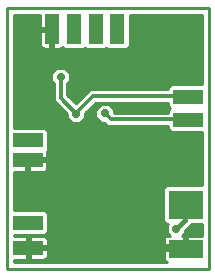
<source format=gbl>
G75*
G70*
%OFA0B0*%
%FSLAX24Y24*%
%IPPOS*%
%LPD*%
%AMOC8*
5,1,8,0,0,1.08239X$1,22.5*
%
%ADD10C,0.0100*%
%ADD11R,0.1181X0.0945*%
%ADD12R,0.1181X0.0591*%
%ADD13R,0.0500X0.1000*%
%ADD14R,0.1000X0.0500*%
%ADD15OC8,0.0277*%
%ADD16C,0.0160*%
%ADD17C,0.0120*%
D10*
X000150Y000150D02*
X000150Y008850D01*
X006892Y008850D01*
X006892Y000150D01*
X000150Y000150D01*
X000389Y000370D02*
X000389Y000453D01*
X000819Y000453D01*
X000819Y000803D01*
X000919Y000803D01*
X000919Y000453D01*
X001389Y000453D01*
X001427Y000464D01*
X001461Y000483D01*
X001489Y000511D01*
X001509Y000545D01*
X001519Y000584D01*
X001519Y000803D01*
X000919Y000803D01*
X000919Y000903D01*
X001519Y000903D01*
X001519Y001123D01*
X001509Y001161D01*
X001489Y001195D01*
X001461Y001223D01*
X001427Y001243D01*
X001389Y001253D01*
X000919Y001253D01*
X000919Y000903D01*
X000819Y000903D01*
X000819Y001253D01*
X000389Y001253D01*
X000389Y001265D01*
X001429Y001265D01*
X001527Y001364D01*
X001527Y002003D01*
X001429Y002101D01*
X000389Y002101D01*
X000389Y003383D01*
X000809Y003383D01*
X000809Y003733D01*
X000909Y003733D01*
X000909Y003383D01*
X001379Y003383D01*
X001417Y003394D01*
X001451Y003413D01*
X001479Y003441D01*
X001499Y003475D01*
X001509Y003514D01*
X001509Y003733D01*
X000909Y003733D01*
X000909Y003833D01*
X001509Y003833D01*
X001509Y004053D01*
X001500Y004087D01*
X001527Y004114D01*
X001527Y004753D01*
X001429Y004851D01*
X000389Y004851D01*
X000389Y008615D01*
X001259Y008615D01*
X001259Y008193D01*
X001609Y008193D01*
X001609Y008093D01*
X001709Y008093D01*
X001709Y007493D01*
X001929Y007493D01*
X001967Y007504D01*
X002001Y007523D01*
X002012Y007533D01*
X002070Y007475D01*
X002709Y007475D01*
X002754Y007521D01*
X002800Y007475D01*
X003439Y007475D01*
X003474Y007511D01*
X003510Y007475D01*
X004149Y007475D01*
X004247Y007574D01*
X004247Y008615D01*
X006674Y008615D01*
X006674Y006301D01*
X005630Y006301D01*
X005531Y006203D01*
X005531Y006141D01*
X002925Y006141D01*
X002791Y006008D01*
X002448Y005664D01*
X002177Y005934D01*
X002177Y006334D01*
X002256Y006413D01*
X002256Y006667D01*
X002076Y006847D01*
X001822Y006847D01*
X001642Y006667D01*
X001642Y006413D01*
X001721Y006334D01*
X001721Y005746D01*
X002162Y005304D01*
X002162Y005193D01*
X002342Y005013D01*
X002596Y005013D01*
X002776Y005193D01*
X002776Y005348D01*
X003114Y005685D01*
X005531Y005685D01*
X005531Y005564D01*
X005592Y005503D01*
X005531Y005443D01*
X005531Y005358D01*
X003726Y005358D01*
X003726Y005457D01*
X003546Y005637D01*
X003292Y005637D01*
X003112Y005457D01*
X003112Y005203D01*
X003292Y005023D01*
X003404Y005023D01*
X003525Y004902D01*
X005531Y004902D01*
X005531Y004804D01*
X005630Y004705D01*
X006674Y004705D01*
X006674Y002931D01*
X005459Y002931D01*
X005361Y002833D01*
X005361Y001749D01*
X005459Y001650D01*
X005532Y001650D01*
X005495Y001613D01*
X005495Y001359D01*
X005595Y001260D01*
X005509Y001260D01*
X005471Y001249D01*
X005437Y001230D01*
X005409Y001202D01*
X005389Y001168D01*
X005379Y001129D01*
X005379Y000864D01*
X006069Y000864D01*
X006069Y000764D01*
X005379Y000764D01*
X005379Y000499D01*
X005389Y000461D01*
X005409Y000427D01*
X005437Y000399D01*
X005471Y000379D01*
X005506Y000370D01*
X000389Y000370D01*
X000389Y000446D02*
X005398Y000446D01*
X005379Y000544D02*
X001509Y000544D01*
X001519Y000643D02*
X005379Y000643D01*
X005379Y000741D02*
X001519Y000741D01*
X001519Y000938D02*
X005379Y000938D01*
X005379Y001037D02*
X001519Y001037D01*
X001516Y001135D02*
X005380Y001135D01*
X005444Y001234D02*
X001443Y001234D01*
X001496Y001332D02*
X005522Y001332D01*
X005495Y001431D02*
X001527Y001431D01*
X001527Y001529D02*
X005495Y001529D01*
X005510Y001628D02*
X001527Y001628D01*
X001527Y001726D02*
X005383Y001726D01*
X005361Y001825D02*
X001527Y001825D01*
X001527Y001923D02*
X005361Y001923D01*
X005361Y002022D02*
X001509Y002022D01*
X000919Y001234D02*
X000819Y001234D01*
X000819Y001135D02*
X000919Y001135D01*
X000919Y001037D02*
X000819Y001037D01*
X000819Y000938D02*
X000919Y000938D01*
X000919Y000840D02*
X006069Y000840D01*
X006069Y000864D02*
X006069Y001260D01*
X006010Y001260D01*
X006109Y001359D01*
X006109Y001442D01*
X006250Y001583D01*
X006317Y001650D01*
X006674Y001650D01*
X006674Y001260D01*
X006169Y001260D01*
X006169Y000864D01*
X006069Y000864D01*
X006069Y000938D02*
X006169Y000938D01*
X006169Y001037D02*
X006069Y001037D01*
X006069Y001135D02*
X006169Y001135D01*
X006169Y001234D02*
X006069Y001234D01*
X006082Y001332D02*
X006674Y001332D01*
X006674Y001431D02*
X006109Y001431D01*
X006196Y001529D02*
X006674Y001529D01*
X006674Y001628D02*
X006295Y001628D01*
X005361Y002120D02*
X000389Y002120D01*
X000389Y002219D02*
X005361Y002219D01*
X005361Y002317D02*
X000389Y002317D01*
X000389Y002416D02*
X005361Y002416D01*
X005361Y002514D02*
X000389Y002514D01*
X000389Y002613D02*
X005361Y002613D01*
X005361Y002711D02*
X000389Y002711D01*
X000389Y002810D02*
X005361Y002810D01*
X005436Y002908D02*
X000389Y002908D01*
X000389Y003007D02*
X006674Y003007D01*
X006674Y003105D02*
X000389Y003105D01*
X000389Y003204D02*
X006674Y003204D01*
X006674Y003302D02*
X000389Y003302D01*
X000809Y003401D02*
X000909Y003401D01*
X000909Y003499D02*
X000809Y003499D01*
X000809Y003598D02*
X000909Y003598D01*
X000909Y003696D02*
X000809Y003696D01*
X000909Y003795D02*
X006674Y003795D01*
X006674Y003893D02*
X001509Y003893D01*
X001509Y003992D02*
X006674Y003992D01*
X006674Y004090D02*
X001504Y004090D01*
X001527Y004189D02*
X006674Y004189D01*
X006674Y004287D02*
X001527Y004287D01*
X001527Y004386D02*
X006674Y004386D01*
X006674Y004484D02*
X001527Y004484D01*
X001527Y004583D02*
X006674Y004583D01*
X006674Y004681D02*
X001527Y004681D01*
X001501Y004780D02*
X005555Y004780D01*
X005531Y004878D02*
X000389Y004878D01*
X000389Y004977D02*
X003450Y004977D01*
X003240Y005075D02*
X002659Y005075D01*
X002757Y005174D02*
X003141Y005174D01*
X003112Y005272D02*
X002776Y005272D01*
X002799Y005371D02*
X003112Y005371D01*
X003125Y005469D02*
X002898Y005469D01*
X002996Y005568D02*
X003223Y005568D01*
X003095Y005666D02*
X005531Y005666D01*
X005531Y005568D02*
X003615Y005568D01*
X003714Y005469D02*
X005558Y005469D01*
X005531Y005371D02*
X003726Y005371D01*
X003419Y005330D02*
X003411Y005330D01*
X003413Y005327D02*
X003416Y005330D01*
X003419Y005330D01*
X002844Y006060D02*
X002177Y006060D01*
X002177Y005962D02*
X002745Y005962D01*
X002647Y005863D02*
X002248Y005863D01*
X002347Y005765D02*
X002548Y005765D01*
X002450Y005666D02*
X002445Y005666D01*
X002162Y005272D02*
X000389Y005272D01*
X000389Y005174D02*
X002181Y005174D01*
X002280Y005075D02*
X000389Y005075D01*
X000389Y005371D02*
X002096Y005371D01*
X001997Y005469D02*
X000389Y005469D01*
X000389Y005568D02*
X001899Y005568D01*
X001800Y005666D02*
X000389Y005666D01*
X000389Y005765D02*
X001721Y005765D01*
X001721Y005863D02*
X000389Y005863D01*
X000389Y005962D02*
X001721Y005962D01*
X001721Y006060D02*
X000389Y006060D01*
X000389Y006159D02*
X001721Y006159D01*
X001721Y006257D02*
X000389Y006257D01*
X000389Y006356D02*
X001699Y006356D01*
X001642Y006454D02*
X000389Y006454D01*
X000389Y006553D02*
X001642Y006553D01*
X001642Y006651D02*
X000389Y006651D01*
X000389Y006750D02*
X001725Y006750D01*
X002173Y006750D02*
X006674Y006750D01*
X006674Y006848D02*
X000389Y006848D01*
X000389Y006947D02*
X006674Y006947D01*
X006674Y007045D02*
X000389Y007045D01*
X000389Y007144D02*
X006674Y007144D01*
X006674Y007242D02*
X000389Y007242D01*
X000389Y007341D02*
X006674Y007341D01*
X006674Y007439D02*
X000389Y007439D01*
X000389Y007538D02*
X001303Y007538D01*
X001289Y007551D02*
X001317Y007523D01*
X001351Y007504D01*
X001390Y007493D01*
X001609Y007493D01*
X001609Y008093D01*
X001259Y008093D01*
X001259Y007624D01*
X001270Y007585D01*
X001289Y007551D01*
X001259Y007636D02*
X000389Y007636D01*
X000389Y007735D02*
X001259Y007735D01*
X001259Y007833D02*
X000389Y007833D01*
X000389Y007932D02*
X001259Y007932D01*
X001259Y008030D02*
X000389Y008030D01*
X000389Y008129D02*
X001609Y008129D01*
X001609Y008030D02*
X001709Y008030D01*
X001709Y007932D02*
X001609Y007932D01*
X001609Y007833D02*
X001709Y007833D01*
X001709Y007735D02*
X001609Y007735D01*
X001609Y007636D02*
X001709Y007636D01*
X001709Y007538D02*
X001609Y007538D01*
X001259Y008227D02*
X000389Y008227D01*
X000389Y008326D02*
X001259Y008326D01*
X001259Y008424D02*
X000389Y008424D01*
X000389Y008523D02*
X001259Y008523D01*
X002256Y006651D02*
X006674Y006651D01*
X006674Y006553D02*
X002256Y006553D01*
X002256Y006454D02*
X006674Y006454D01*
X006674Y006356D02*
X002199Y006356D01*
X002177Y006257D02*
X005586Y006257D01*
X005531Y006159D02*
X002177Y006159D01*
X001509Y003696D02*
X006674Y003696D01*
X006674Y003598D02*
X001509Y003598D01*
X001506Y003499D02*
X006674Y003499D01*
X006674Y003401D02*
X001430Y003401D01*
X000919Y000741D02*
X000819Y000741D01*
X000819Y000643D02*
X000919Y000643D01*
X000919Y000544D02*
X000819Y000544D01*
X004212Y007538D02*
X006674Y007538D01*
X006674Y007636D02*
X004247Y007636D01*
X004247Y007735D02*
X006674Y007735D01*
X006674Y007833D02*
X004247Y007833D01*
X004247Y007932D02*
X006674Y007932D01*
X006674Y008030D02*
X004247Y008030D01*
X004247Y008129D02*
X006674Y008129D01*
X006674Y008227D02*
X004247Y008227D01*
X004247Y008326D02*
X006674Y008326D01*
X006674Y008424D02*
X004247Y008424D01*
X004247Y008523D02*
X006674Y008523D01*
D11*
X006119Y002291D03*
D12*
X006119Y000814D03*
D13*
X003829Y008143D03*
X003119Y008143D03*
X002389Y008143D03*
X001659Y008143D03*
D14*
X000859Y004433D03*
X000859Y003783D03*
X000859Y001683D03*
X000869Y000853D03*
X006199Y005123D03*
X006199Y005883D03*
D15*
X006169Y005130D03*
X006199Y003560D03*
X005802Y001486D03*
X005779Y000900D03*
X003489Y002220D03*
X003579Y003910D03*
X003419Y005330D03*
X002469Y005320D03*
X001949Y006540D03*
X002399Y008173D03*
X003129Y008153D03*
X003839Y008173D03*
X004870Y007886D03*
X004582Y006430D03*
X000924Y004430D03*
X001090Y001666D03*
D16*
X001090Y001663D01*
X000859Y001683D01*
X001090Y001666D02*
X001163Y001739D01*
X004499Y000900D02*
X005779Y000900D01*
X005802Y001486D02*
X006109Y001793D01*
X006109Y002281D01*
D17*
X006119Y002291D01*
X006199Y005123D02*
X006233Y005130D01*
X006169Y005130D01*
X003619Y005130D01*
X003419Y005330D01*
X003019Y005913D02*
X006219Y005913D01*
X006199Y005883D01*
X003829Y008143D02*
X003839Y008173D01*
X003129Y008153D02*
X003119Y008143D01*
X002399Y008173D02*
X002389Y008143D01*
X001949Y006540D02*
X001949Y005840D01*
X002469Y005320D01*
X002469Y005363D01*
X003019Y005913D01*
X000924Y004430D02*
X000852Y004430D01*
X000859Y004433D01*
M02*

</source>
